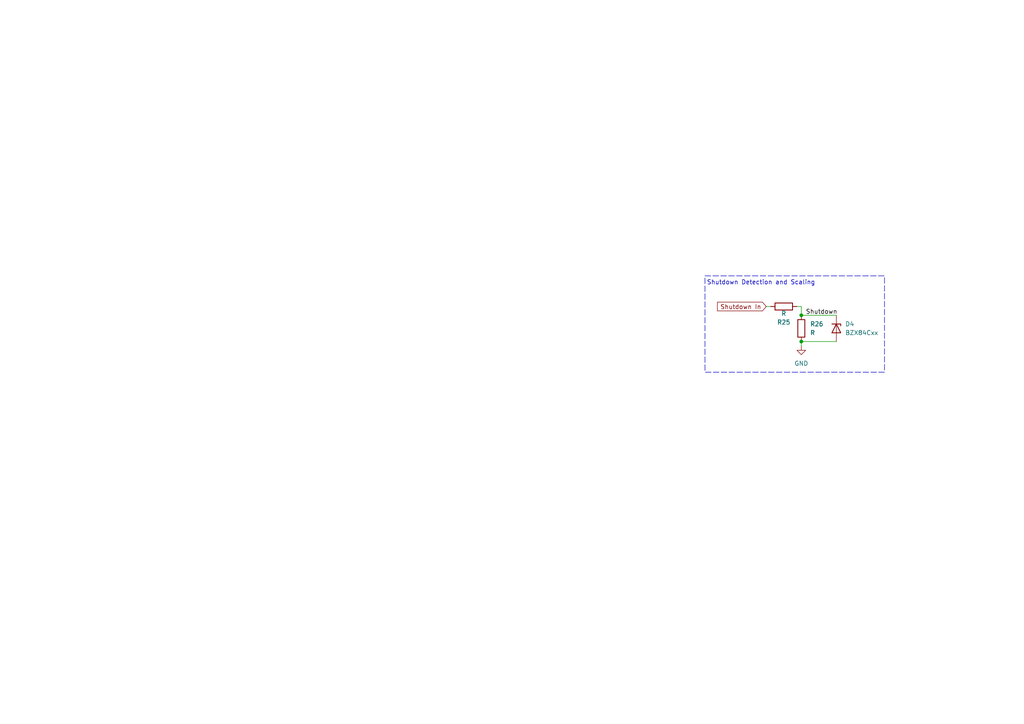
<source format=kicad_sch>
(kicad_sch (version 20250114) (generator "eeschema") (generator_version "9.0")
  (paper "A4")
  (lib_symbols
    (symbol "Device:R" (pin_numbers (hide yes)) (pin_names (offset 0))
      (property "Reference" "R" (at 2.032 0 90))
      (property "Value" "R" (at 0 0 90))
      (symbol "R_0_1"
        (rectangle (start -1.016 -2.54) (end 1.016 2.54) (stroke (width 0.254)))
      )
      (symbol "R_1_1"
        (pin passive line (at 0 3.81 270) (length 1.27) (name "~") (number "1"))
        (pin passive line (at 0 -3.81 90) (length 1.27) (name "~") (number "2"))
      )
    )
    (symbol "Diode:BZX84Cxx" (pin_numbers (hide yes)) (pin_names (hide yes))
      (property "Reference" "D" (at 0 3.81 0))
      (property "Value" "BZX84Cxx" (at 0 -3.81 0))
      (symbol "BZX84Cxx_0_1"
        (polyline (pts (xy -1.27 -1.27) (xy -1.27 1.27) (xy -0.762 1.27)) (stroke (width 0.254)))
        (polyline (pts (xy 1.27 0) (xy -1.27 0)))
        (polyline (pts (xy 1.27 -1.27) (xy 1.27 1.27) (xy -1.27 0) (xy 1.27 -1.27)) (stroke (width 0.254)))
      )
      (symbol "BZX84Cxx_1_1"
        (pin passive line (at -3.81 0 0) (length 2.54) (name "K") (number "3"))
        (pin no_connect line (at 1.27 0 180) (length 2.54) (hide yes) (name "NC") (number "2"))
        (pin passive line (at 3.81 0 180) (length 2.54) (name "A") (number "1"))
      )
    )
    (symbol "power:GND" (power) (pin_names (offset 0))
      (property "Value" "GND" (at 0 -3.81 0))
      (symbol "GND_0_1"
        (polyline (pts (xy 0 0) (xy 0 -1.27) (xy 1.27 -1.27) (xy 0 -2.54) (xy -1.27 -1.27) (xy 0 -1.27)))
      )
      (symbol "GND_1_1"
        (pin power_in line (at 0 0 270) (length 0) (hide yes) (name "GND") (number "1"))
      )
    )
  )
  (rectangle (start 204.47 80.01) (end 256.54 107.95) (stroke (width 0) (type dash)))
  (text "Shutdown Detection and Scaling" (at 220.726 82.042 0) (effects (font (size 1.27 1.27))))
  (junction (at 232.41 91.44))
  (junction (at 232.41 99.06))
  (wire (pts (xy 222.25 88.9) (xy 223.52 88.9)))
  (wire (pts (xy 232.41 99.06) (xy 242.57 99.06)))
  (wire (pts (xy 231.14 88.9) (xy 232.41 88.9)))
  (wire (pts (xy 232.41 88.9) (xy 232.41 91.44)))
  (wire (pts (xy 232.41 100.33) (xy 232.41 99.06)))
  (wire (pts (xy 232.41 91.44) (xy 242.57 91.44)))
  (label "Shutdown" (at 233.68 91.44 0))
  (global_label "Shutdown In" (shape input) (at 222.25 88.9 180) (property "Intersheetrefs" "${INTERSHEET_REFS}" (effects (hide yes))))
  (symbol (lib_id "Device:R") (at 227.33 88.9 90) (unit 1)
    (property "Reference" "R25" (at 227.33 93.472 90))
    (property "Value" "R" (at 227.33 90.932 90))
    (property "Footprint" "Resistor_SMD:R_0805_2012Metric" (effects (hide yes)))
    (property "Description" "Resistor" (effects (hide yes)))
  )
  (symbol (lib_id "Diode:BZX84Cxx") (at 242.57 95.25 270) (unit 1)
    (property "Reference" "D4" (at 245.11 93.9799 90) (effects (justify left)))
    (property "Value" "BZX84Cxx" (at 245.11 96.5199 90) (effects (justify left)))
    (property "Footprint" "Package_TO_SOT_SMD:SOT-23" (effects (hide yes)))
    (property "Datasheet" "https://diotec.com/tl_files/diotec/files/pdf/datasheets/bzx84c2v4.pdf" (effects (hide yes)))
    (property "Description" "300mW Zener Diode, SOT-23" (effects (hide yes)))
  )
  (symbol (lib_id "power:GND") (at 232.41 100.33 0) (unit 1)
    (property "Reference" "#PWR053" (effects (hide yes)))
    (property "Value" "GND" (at 232.41 105.41 0))
  )
  (symbol (lib_id "Device:R") (at 232.41 95.25 180) (unit 1)
    (property "Reference" "R26" (at 234.95 93.9799 0) (effects (justify right)))
    (property "Value" "R" (at 234.95 96.5199 0) (effects (justify right)))
    (property "Footprint" "Resistor_SMD:R_0805_2012Metric" (effects (hide yes)))
    (property "Description" "Resistor" (effects (hide yes)))
  )
)
</source>
